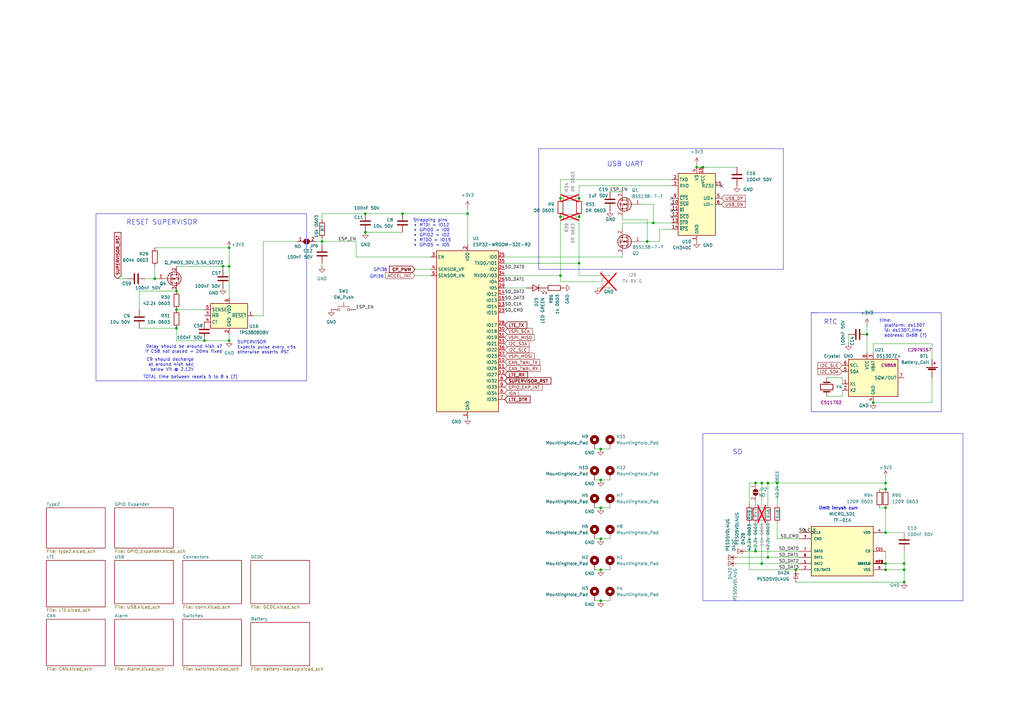
<source format=kicad_sch>
(kicad_sch (version 20250114) (generator "eeschema") (generator_version "9.0")
  (paper "A3")
  (title_block (title "VehicleMan") (date "2025-03-04") (rev "0") (company "©CC-BY-NC"))
  (rectangle (start 288.29 177.8) (end 394.97 246.38))
  (rectangle (start 220.98 60.96) (end 321.31 110.49))
  (rectangle (start 39.37 87.63) (end 125.73 156.21))
  (text "C9 should dscharge\nat around 4ish sec\nbelow Vit @ 2.12V\n" (at 79.502 152.4 0) (effects (font (size 1.27 1.27)) (justify right bottom)))
  (text "SUPERVISOR\nExpects pulse every <5s\notherwise asserts RST\n" (at 97.282 145.288 0) (effects (font (size 1.27 1.27)) (justify left bottom)))
  (text "limit inrush curr\n" (at 343.916 208.534 0) (effects (font (size 1.27 1.27) (thickness 0.254) (bold yes))))
  (text "TOTAL time between resets 5 to 8 s (?)\n" (at 97.536 155.448 0) (effects (font (size 1.27 1.27)) (justify right bottom)))
  (text "RTC" (at 337.82 133.35 0) (effects (font (size 2 2)) (justify left bottom)))
  (text "GPI39\n" (at 151.638 114.3 0) (effects (font (size 1.27 1.27)) (justify left bottom)))
  (text "GPI36\n" (at 153.162 111.506 0) (effects (font (size 1.27 1.27)) (justify left bottom)))
  (text "USB UART\n" (at 248.92 68.58 0) (effects (font (size 2 2)) (justify left bottom)))
  (text "RESET SUPERVISOR\n" (at 51.816 92.456 0) (effects (font (size 2 2)) (justify left bottom)))
  (text "Strapping pins\n• MTDI = IO12\n• GPIO0 = IO0\n• GPIO2 = IO2\n• MTDO = IO15\n• GPIO5 = IO5" (at 169.418 101.346 0) (effects (font (size 1.27 1.27)) (justify left bottom)))
  (text "time:\n  platform: ds1307\n  id: ds1307_time\n  address: 0x68 (?)\n" (at 360.68 138.43 0) (effects (font (size 1.27 1.27)) (justify left bottom)))
  (text "Delay should be around 4ish s?\nif C58 not placed = 20ms fixed\n" (at 91.186 145.034 0) (effects (font (size 1.27 1.27)) (justify right bottom)))
  (text "SD\n" (at 300.482 186.69 0) (effects (font (size 2 2)) (justify left bottom)))
  (junction (at 312.42 231.14))
  (junction (at 91.44 109.22))
  (junction (at 83.82 139.7))
  (junction (at 237.49 81.28))
  (junction (at 165.1 87.63))
  (junction (at 314.96 198.12))
  (junction (at 363.22 218.44))
  (junction (at 229.87 81.28))
  (junction (at 309.88 226.06))
  (junction (at 246.38 246.38))
  (junction (at 229.87 113.03))
  (junction (at 370.84 231.14))
  (junction (at 267.97 91.44))
  (junction (at 246.38 208.28))
  (junction (at 237.49 107.95))
  (junction (at 237.49 88.9))
  (junction (at 314.96 228.6))
  (junction (at 246.38 196.85))
  (junction (at 363.22 233.68))
  (junction (at 72.39 127))
  (junction (at 246.38 220.98))
  (junction (at 363.22 231.14))
  (junction (at 93.98 109.22))
  (junction (at 149.86 95.25))
  (junction (at 72.39 119.38))
  (junction (at 363.22 200.66))
  (junction (at 191.77 87.63))
  (junction (at 246.38 184.15))
  (junction (at 312.42 198.12))
  (junction (at 318.77 198.12))
  (junction (at 363.22 198.12))
  (junction (at 93.98 101.6))
  (junction (at 355.6 137.16))
  (junction (at 93.98 139.7))
  (junction (at 63.5 114.3))
  (junction (at 285.75 68.58))
  (junction (at 229.87 88.9))
  (junction (at 358.14 165.1))
  (junction (at 246.38 233.68))
  (junction (at 370.84 238.76))
  (junction (at 132.08 99.06))
  (junction (at 72.39 134.62))
  (junction (at 370.84 233.68))
  (junction (at 326.39 233.68))
  (junction (at 288.29 68.58))
  (junction (at 309.88 198.12))
  (junction (at 363.22 208.28))
  (junction (at 265.43 99.06))
  (junction (at 149.86 87.63))
  (no_connect (at 275.59 88.9))
  (no_connect (at 275.59 81.28))
  (no_connect (at 275.59 86.36))
  (no_connect (at 295.91 76.2))
  (no_connect (at 275.59 83.82))
  (polyline (pts (xy 332.74 128.27) (xy 335.28 128.27)))
  (wire (pts (xy 312.42 198.12) (xy 314.96 198.12)))
  (wire (pts (xy 107.95 129.54) (xy 107.95 99.06)))
  (wire (pts (xy 255.27 88.9) (xy 255.27 90.17)))
  (wire (pts (xy 229.87 113.03) (xy 229.87 115.57)))
  (wire (pts (xy 318.77 198.12) (xy 318.77 207.01)))
  (wire (pts (xy 91.44 109.22) (xy 93.98 109.22)))
  (wire (pts (xy 146.05 99.06) (xy 146.05 105.41)))
  (wire (pts (xy 288.29 68.58) (xy 285.75 68.58)))
  (wire (pts (xy 306.07 226.06) (xy 309.88 226.06)))
  (wire (pts (xy 267.97 91.44) (xy 275.59 91.44)))
  (wire (pts (xy 243.84 233.68) (xy 246.38 233.68)))
  (wire (pts (xy 318.77 214.63) (xy 318.77 220.98)))
  (wire (pts (xy 93.98 139.7) (xy 93.98 137.16)))
  (wire (pts (xy 72.39 139.7) (xy 83.82 139.7)))
  (wire (pts (xy 270.51 93.98) (xy 270.51 99.06)))
  (wire (pts (xy 129.54 99.06) (xy 132.08 99.06)))
  (wire (pts (xy 265.43 90.17) (xy 265.43 99.06)))
  (wire (pts (xy 265.43 99.06) (xy 262.89 99.06)))
  (wire (pts (xy 243.84 220.98) (xy 246.38 220.98)))
  (wire (pts (xy 275.59 93.98) (xy 270.51 93.98)))
  (wire (pts (xy 237.49 113.03) (xy 245.11 113.03)))
  (wire (pts (xy 243.84 196.85) (xy 246.38 196.85)))
  (wire (pts (xy 255.27 90.17) (xy 265.43 90.17)))
  (wire (pts (xy 72.39 109.22) (xy 91.44 109.22)))
  (wire (pts (xy 149.86 95.25) (xy 165.1 95.25)))
  (wire (pts (xy 255.27 91.44) (xy 255.27 93.98)))
  (wire (pts (xy 72.39 134.62) (xy 72.39 139.7)))
  (wire (pts (xy 382.27 165.1) (xy 358.14 165.1)))
  (wire (pts (xy 360.68 200.66) (xy 363.22 200.66)))
  (wire (pts (xy 302.26 228.6) (xy 314.96 228.6)))
  (wire (pts (xy 93.98 101.6) (xy 93.98 109.22)))
  (wire (pts (xy 63.5 109.22) (xy 63.5 114.3)))
  (wire (pts (xy 237.49 107.95) (xy 237.49 88.9)))
  (wire (pts (xy 132.08 99.06) (xy 132.08 100.33)))
  (wire (pts (xy 91.44 109.22) (xy 91.44 110.49)))
  (wire (pts (xy 170.18 110.49) (xy 176.53 110.49)))
  (wire (pts (xy 57.15 119.38) (xy 72.39 119.38)))
  (wire (pts (xy 255.27 91.44) (xy 267.97 91.44)))
  (wire (pts (xy 307.34 233.68) (xy 326.39 233.68)))
  (wire (pts (xy 363.22 226.06) (xy 363.22 231.14)))
  (wire (pts (xy 267.97 83.82) (xy 267.97 91.44)))
  (wire (pts (xy 307.34 207.01) (xy 307.34 198.12)))
  (wire (pts (xy 243.84 208.28) (xy 246.38 208.28)))
  (wire (pts (xy 243.84 184.15) (xy 246.38 184.15)))
  (wire (pts (xy 63.5 114.3) (xy 64.77 114.3)))
  (wire (pts (xy 309.88 226.06) (xy 309.88 214.63)))
  (wire (pts (xy 229.87 113.03) (xy 207.01 113.03)))
  (wire (pts (xy 237.49 107.95) (xy 237.49 113.03)))
  (wire (pts (xy 363.22 218.44) (xy 370.84 218.44)))
  (wire (pts (xy 347.98 137.16) (xy 347.98 140.97)))
  (wire (pts (xy 370.84 226.06) (xy 370.84 231.14)))
  (wire (pts (xy 363.22 208.28) (xy 363.22 218.44)))
  (wire (pts (xy 309.88 226.06) (xy 327.66 226.06)))
  (wire (pts (xy 307.34 198.12) (xy 309.88 198.12)))
  (wire (pts (xy 132.08 97.79) (xy 132.08 99.06)))
  (wire (pts (xy 207.01 118.11) (xy 215.9 118.11)))
  (wire (pts (xy 63.5 101.6) (xy 93.98 101.6)))
  (wire (pts (xy 246.38 208.28) (xy 250.19 208.28)))
  (wire (pts (xy 146.05 105.41) (xy 176.53 105.41)))
  (wire (pts (xy 345.44 160.02) (xy 345.44 162.56)))
  (wire (pts (xy 355.6 133.35) (xy 355.6 137.16)))
  (wire (pts (xy 59.69 114.3) (xy 63.5 114.3)))
  (wire (pts (xy 207.01 107.95) (xy 237.49 107.95)))
  (wire (pts (xy 243.84 246.38) (xy 246.38 246.38)))
  (wire (pts (xy 302.26 231.14) (xy 312.42 231.14)))
  (wire (pts (xy 355.6 137.16) (xy 355.6 144.78)))
  (wire (pts (xy 48.26 114.3) (xy 52.07 114.3)))
  (wire (pts (xy 149.86 87.63) (xy 165.1 87.63)))
  (wire (pts (xy 318.77 198.12) (xy 363.22 198.12)))
  (wire (pts (xy 262.89 83.82) (xy 267.97 83.82)))
  (wire (pts (xy 246.38 196.85) (xy 250.19 196.85)))
  (wire (pts (xy 382.27 147.32) (xy 382.27 140.97)))
  (polyline (pts (xy 332.74 128.27) (xy 332.74 168.91)))
  (wire (pts (xy 132.08 87.63) (xy 149.86 87.63)))
  (wire (pts (xy 363.22 195.58) (xy 363.22 198.12)))
  (wire (pts (xy 358.14 140.97) (xy 358.14 144.78)))
  (wire (pts (xy 360.68 208.28) (xy 363.22 208.28)))
  (wire (pts (xy 370.84 233.68) (xy 370.84 238.76)))
  (wire (pts (xy 72.39 127) (xy 83.82 127)))
  (wire (pts (xy 339.09 154.94) (xy 345.44 154.94)))
  (wire (pts (xy 270.51 99.06) (xy 265.43 99.06)))
  (wire (pts (xy 237.49 81.28) (xy 237.49 76.2)))
  (wire (pts (xy 107.95 99.06) (xy 121.92 99.06)))
  (wire (pts (xy 363.22 198.12) (xy 363.22 200.66)))
  (wire (pts (xy 191.77 85.09) (xy 191.77 87.63)))
  (wire (pts (xy 326.39 233.68) (xy 327.66 233.68)))
  (wire (pts (xy 382.27 154.94) (xy 382.27 165.1)))
  (wire (pts (xy 363.22 231.14) (xy 363.22 233.68)))
  (polyline (pts (xy 332.74 168.91) (xy 386.08 168.91)))
  (wire (pts (xy 250.19 78.74) (xy 255.27 78.74)))
  (polyline (pts (xy 386.08 128.27) (xy 332.74 128.27)))
  (wire (pts (xy 309.88 198.12) (xy 312.42 198.12)))
  (wire (pts (xy 237.49 76.2) (xy 275.59 76.2)))
  (wire (pts (xy 93.98 109.22) (xy 93.98 121.92)))
  (wire (pts (xy 314.96 214.63) (xy 314.96 228.6)))
  (wire (pts (xy 307.34 214.63) (xy 307.34 233.68)))
  (wire (pts (xy 318.77 220.98) (xy 327.66 220.98)))
  (wire (pts (xy 314.96 198.12) (xy 318.77 198.12)))
  (wire (pts (xy 246.38 184.15) (xy 250.19 184.15)))
  (wire (pts (xy 312.42 198.12) (xy 312.42 207.01)))
  (wire (pts (xy 229.87 88.9) (xy 229.87 113.03)))
  (wire (pts (xy 370.84 231.14) (xy 370.84 233.68)))
  (wire (pts (xy 302.26 68.58) (xy 288.29 68.58)))
  (wire (pts (xy 132.08 99.06) (xy 146.05 99.06)))
  (wire (pts (xy 132.08 90.17) (xy 132.08 87.63)))
  (wire (pts (xy 285.75 67.31) (xy 285.75 68.58)))
  (wire (pts (xy 246.38 233.68) (xy 250.19 233.68)))
  (wire (pts (xy 83.82 139.7) (xy 93.98 139.7)))
  (wire (pts (xy 314.96 198.12) (xy 314.96 207.01)))
  (wire (pts (xy 327.66 231.14) (xy 312.42 231.14)))
  (wire (pts (xy 246.38 220.98) (xy 250.19 220.98)))
  (wire (pts (xy 363.22 231.14) (xy 370.84 231.14)))
  (wire (pts (xy 104.14 129.54) (xy 107.95 129.54)))
  (wire (pts (xy 57.15 127) (xy 57.15 119.38)))
  (wire (pts (xy 207.01 105.41) (xy 255.27 105.41)))
  (wire (pts (xy 229.87 73.66) (xy 229.87 81.28)))
  (wire (pts (xy 309.88 205.74) (xy 309.88 207.01)))
  (wire (pts (xy 191.77 87.63) (xy 191.77 100.33)))
  (wire (pts (xy 57.15 134.62) (xy 72.39 134.62)))
  (wire (pts (xy 255.27 105.41) (xy 255.27 104.14)))
  (wire (pts (xy 326.39 238.76) (xy 370.84 238.76)))
  (wire (pts (xy 229.87 115.57) (xy 245.11 115.57)))
  (wire (pts (xy 382.27 140.97) (xy 358.14 140.97)))
  (wire (pts (xy 165.1 87.63) (xy 191.77 87.63)))
  (wire (pts (xy 170.18 113.03) (xy 176.53 113.03)))
  (wire (pts (xy 345.44 162.56) (xy 339.09 162.56)))
  (wire (pts (xy 246.38 246.38) (xy 250.19 246.38)))
  (wire (pts (xy 370.84 233.68) (xy 363.22 233.68)))
  (polyline (pts (xy 386.08 168.91) (xy 386.08 128.27)))
  (wire (pts (xy 314.96 228.6) (xy 327.66 228.6)))
  (wire (pts (xy 312.42 231.14) (xy 312.42 214.63)))
  (wire (pts (xy 275.59 73.66) (xy 229.87 73.66)))
  (wire (pts (xy 132.08 107.95) (xy 132.08 109.22)))
  (wire (pts (xy 345.44 154.94) (xy 345.44 157.48)))
  (label "SD_CMD" (at 327.66 220.98 180))
  (label "SD_DAT3" (at 207.01 123.19 0))
  (label "ESP_EN" (at 250.19 78.74 0))
  (label "SD_DAT0" (at 327.66 226.06 180))
  (label "SD_CLK" (at 207.01 125.73 0))
  (label "ESP_EN" (at 146.05 99.06 180))
  (label "SD_DAT3" (at 327.66 233.68 180))
  (label "ESP_EN" (at 146.05 127 0))
  (label "SD_CMD" (at 207.01 128.27 0))
  (label "SD_DAT1" (at 327.66 228.6 180))
  (label "SD_DAT2" (at 327.66 231.14 180))
  (label "SD_DAT2" (at 207.01 120.65 0))
  (label "SD_DAT1" (at 207.01 115.57 0))
  (label "SD_CLK" (at 327.66 218.44 0))
  (label "SD_DAT0" (at 207.01 110.49 0))
  (global_label "VSPI_SCK" (shape input) (at 207.01 135.89 0) (property "Intersheetrefs" "${INTERSHEET_REFS}" (effects (hide yes))))
  (global_label "LTE_DTR" (shape input) (at 207.01 163.83 0) (effects (font (thickness 0.254) (bold yes))) (property "Intersheetrefs" "${INTERSHEET_REFS}" (effects (hide yes))))
  (global_label "ACCEL_INT" (shape input) (at 170.18 113.03 180) (property "Intersheetrefs" "${INTERSHEET_REFS}" (effects (hide yes))))
  (global_label "I2C_SDA" (shape input) (at 345.44 152.4 180) (property "Intersheetrefs" "${INTERSHEET_REFS}" (effects (hide yes))))
  (global_label "I2C_SDA" (shape input) (at 207.01 140.97 0) (property "Intersheetrefs" "${INTERSHEET_REFS}" (effects (hide yes))))
  (global_label "VSPI_MOSI" (shape input) (at 207.01 146.05 0) (property "Intersheetrefs" "${INTERSHEET_REFS}" (effects (hide yes))))
  (global_label "CAN_TWAI_TX" (shape input) (at 207.01 148.59 0) (property "Intersheetrefs" "${INTERSHEET_REFS}" (effects (hide yes))))
  (global_label "LTE_TX" (shape input) (at 207.01 133.35 0) (effects (font (thickness 0.254) (bold yes))) (property "Intersheetrefs" "${INTERSHEET_REFS}" (effects (hide yes))))
  (global_label "USB_DP" (shape input) (at 295.91 81.28 0) (property "Intersheetrefs" "${INTERSHEET_REFS}" (effects (hide yes))))
  (global_label "I2C_SLC" (shape input) (at 345.44 149.86 180) (property "Intersheetrefs" "${INTERSHEET_REFS}" (effects (hide yes))))
  (global_label "VSPI_MISO" (shape input) (at 207.01 138.43 0) (property "Intersheetrefs" "${INTERSHEET_REFS}" (effects (hide yes))))
  (global_label "GPIO_EXP_INT" (shape input) (at 207.01 158.75 0) (property "Intersheetrefs" "${INTERSHEET_REFS}" (effects (hide yes))))
  (global_label "CAN_TWAI_RX" (shape input) (at 207.01 151.13 0) (property "Intersheetrefs" "${INTERSHEET_REFS}" (effects (hide yes))))
  (global_label "SUPERVISOR_RST" (shape input) (at 207.01 156.21 0) (effects (font (thickness 0.254) (bold yes))) (property "Intersheetrefs" "${INTERSHEET_REFS}" (effects (hide yes))))
  (global_label "SUPERVISOR_RST" (shape input) (at 48.26 114.3 90) (effects (font (thickness 0.254) (bold yes))) (property "Intersheetrefs" "${INTERSHEET_REFS}" (effects (hide yes))))
  (global_label "CP_PWM" (shape input) (at 170.18 110.49 180) (effects (font (thickness 0.254) (bold yes))) (property "Intersheetrefs" "${INTERSHEET_REFS}" (effects (hide yes))))
  (global_label "I2C_SLC" (shape input) (at 207.01 143.51 0) (property "Intersheetrefs" "${INTERSHEET_REFS}" (effects (hide yes))))
  (global_label "IGN" (shape input) (at 207.01 161.29 0) (property "Intersheetrefs" "${INTERSHEET_REFS}" (effects (hide yes))))
  (global_label "LTE_RX" (shape input) (at 207.01 153.67 0) (effects (font (thickness 0.254) (bold yes))) (property "Intersheetrefs" "${INTERSHEET_REFS}" (effects (hide yes))))
  (global_label "USB_DN" (shape input) (at 295.91 83.82 0) (property "Intersheetrefs" "${INTERSHEET_REFS}" (effects (hide yes))))
  (symbol (lib_id "Device:C") (at 370.84 222.25 0) (mirror y) (unit 1)
    (property "Reference" "C13" (at 372.11 216.662 0) (effects (justify right)))
    (property "Value" "100nF 50V" (at 372.11 219.202 0) (effects (justify right)))
    (property "Footprint" "Capacitor_SMD:C_0603_1608Metric" (effects (hide yes)))
    (property "Description" "Unpolarized capacitor" (effects (hide yes)))
    (property "LCSC" "C14663" (effects (hide yes)))
  )
  (symbol (lib_id "power:GND") (at 91.44 118.11 0) (unit 1)
    (property "Reference" "#PWR070" (effects (hide yes)))
    (property "Value" "GND" (at 87.63 120.142 0))
    (property "Description" "Power symbol creates a global label with name \"GND\" , ground" (effects (hide yes)))
  )
  (symbol (lib_id "power:+3V3") (at 191.77 85.09 0) (unit 1)
    (property "Reference" "#PWR02" (effects (hide yes)))
    (property "Value" "+3V3" (at 191.77 80.01 0))
    (property "Description" "Power symbol creates a global label with name \"+3V3\"" (effects (hide yes)))
  )
  (symbol (lib_id "power:+3V3") (at 93.98 101.6 0) (unit 1)
    (property "Reference" "#PWR069" (effects (hide yes)))
    (property "Value" "+3V3" (at 97.536 100.33 0))
    (property "Description" "Power symbol creates a global label with name \"+3V3\"" (effects (hide yes)))
  )
  (symbol (lib_id "Device:Battery_Cell") (at 382.27 152.4 0) (unit 1)
    (property "Reference" "BT1" (at 377.19 146.05 0) (effects (justify left)))
    (property "Value" "Battery_Cell" (at 369.57 148.59 0) (effects (justify left)))
    (property "Footprint" "Battery:BatteryHolder_MYOUNG_BS-07-A1BJ001_CR2032" (effects (hide yes)))
    (property "LCSC" "C2979167" (at 377.19 143.51 0))
  )
  (symbol (lib_id "Device:C") (at 351.79 137.16 90) (unit 1)
    (property "Reference" "C14" (at 349.504 137.922 0) (effects (justify right)))
    (property "Value" "100nF 50V" (at 345.694 131.318 0) (effects (justify right)))
    (property "Footprint" "Capacitor_SMD:C_0603_1608Metric" (effects (hide yes)))
    (property "Description" "Unpolarized capacitor" (effects (hide yes)))
    (property "LCSC" "C14663" (effects (hide yes)))
  )
  (symbol (lib_id "power:GND") (at 246.38 233.68 0) (unit 1)
    (property "Reference" "#PWR0147" (effects (hide yes)))
    (property "Value" "GND" (at 241.808 235.204 0))
    (property "Description" "Power symbol creates a global label with name \"GND\" , ground" (effects (hide yes)))
  )
  (symbol (lib_id "Device:R") (at 314.96 210.82 0) (unit 1)
    (property "Reference" "R46" (at 315.214 212.598 90) (effects (justify left)))
    (property "Value" "42.2k 0603" (at 314.96 225.806 90) (effects (justify left)))
    (property "Footprint" "Resistor_SMD:R_0603_1608Metric" (effects (hide yes)))
    (property "Description" "Resistor" (effects (hide yes)))
    (property "LCSC" "C5126245" (effects (hide yes)))
  )
  (symbol (lib_id "power:GND") (at 358.14 165.1 0) (unit 1)
    (property "Reference" "#PWR096" (effects (hide yes)))
    (property "Value" "GND" (at 354.33 166.37 0))
  )
  (symbol (lib_id "Device:R") (at 227.33 118.11 90) (mirror x) (unit 1)
    (property "Reference" "R86" (at 226.0599 120.65 0) (effects (justify left)))
    (property "Value" "1k 0603" (at 228.5999 120.65 0) (effects (justify left)))
    (property "Footprint" "Resistor_SMD:R_0603_1608Metric" (effects (hide yes)))
    (property "Description" "Resistor" (effects (hide yes)))
    (property "LCSC" "C2907113" (effects (hide yes)))
  )
  (symbol (lib_id "power:GND") (at 132.08 109.22 0) (unit 1)
    (property "Reference" "#PWR011" (effects (hide yes)))
    (property "Value" "GND" (at 132.08 114.3 0))
    (property "Description" "Power symbol creates a global label with name \"GND\" , ground" (effects (hide yes)))
  )
  (symbol (lib_id "Device:C") (at 149.86 91.44 0) (unit 1)
    (property "Reference" "C11" (at 149.098 89.154 0) (effects (justify right)))
    (property "Value" "100nF 50V" (at 155.702 85.344 0) (effects (justify right)))
    (property "Footprint" "Capacitor_SMD:C_0603_1608Metric" (effects (hide yes)))
    (property "Description" "Unpolarized capacitor" (effects (hide yes)))
    (property "LCSC" "C14663" (effects (hide yes)))
  )
  (symbol (lib_id "Mechanical:MountingHole_Pad") (at 250.19 194.31 0) (unit 1) (exclude_from_sim yes) (in_bom no)
    (property "Reference" "H12" (at 252.73 191.7699 0) (effects (justify left)))
    (property "Value" "MountingHole_Pad" (at 252.73 194.3099 0) (effects (justify left)))
    (property "Footprint" "MountingHole:MountingHole_3.2mm_M3_DIN965_Pad_TopBottom" (effects (hide yes)))
    (property "Description" "Mounting Hole with connection" (effects (hide yes)))
  )
  (symbol (lib_id "Device:C") (at 83.82 135.89 0) (unit 1)
    (property "Reference" "C58" (at 83.312 133.604 0) (effects (justify right)))
    (property "Value" "100nF 50V" (at 83.058 138.43 0) (effects (justify right)))
    (property "Footprint" "Capacitor_SMD:C_0603_1608Metric" (effects (hide yes)))
    (property "Description" "Unpolarized capacitor" (effects (hide yes)))
    (property "LCSC" "C14663" (effects (hide yes)))
  )
  (symbol (lib_id "Device:C") (at 55.88 114.3 90) (unit 1)
    (property "Reference" "C59" (at 50.038 116.332 90) (effects (justify right)))
    (property "Value" "100nF 50V" (at 55.372 118.11 90) (effects (justify right)))
    (property "Footprint" "Capacitor_SMD:C_0603_1608Metric" (effects (hide yes)))
    (property "Description" "Unpolarized capacitor" (effects (hide yes)))
    (property "LCSC" "C14663" (effects (hide yes)))
  )
  (symbol (lib_id "power:GND") (at 246.38 196.85 0) (unit 1)
    (property "Reference" "#PWR0151" (effects (hide yes)))
    (property "Value" "GND" (at 241.808 198.374 0))
    (property "Description" "Power symbol creates a global label with name \"GND\" , ground" (effects (hide yes)))
  )
  (symbol (lib_id "Device:R") (at 233.68 81.28 90) (unit 1) (dnp yes)
    (property "Reference" "R34" (at 232.4099 78.74 0) (effects (justify left)))
    (property "Value" "0R 0603" (at 234.9499 78.74 0) (effects (justify left)))
    (property "Footprint" "Resistor_SMD:R_0603_1608Metric" (effects (hide yes)))
    (property "Description" "Resistor" (effects (hide yes)))
    (property "LCSC" "C21189" (effects (hide yes)))
  )
  (symbol (lib_id "Device:C") (at 91.44 114.3 0) (unit 1)
    (property "Reference" "C57" (at 90.678 112.014 0) (effects (justify right)))
    (property "Value" "100nF 50V" (at 90.424 117.348 0) (effects (justify right)))
    (property "Footprint" "Capacitor_SMD:C_0603_1608Metric" (effects (hide yes)))
    (property "Description" "Unpolarized capacitor" (effects (hide yes)))
    (property "LCSC" "C14663" (effects (hide yes)))
  )
  (symbol (lib_id "Device:R") (at 229.87 85.09 0) (mirror y) (unit 1)
    (property "Reference" "R9" (at 227.33 83.8199 0) (effects (justify left)))
    (property "Value" "0R 0603" (at 227.33 86.3599 0) (effects (justify left)))
    (property "Footprint" "Resistor_SMD:R_0603_1608Metric" (effects (hide yes)))
    (property "Description" "Resistor" (effects (hide yes)))
    (property "LCSC" "C21189" (effects (hide yes)))
  )
  (symbol (lib_id "Power_Protection:PESD5V0L4UG") (at 303.53 226.06 0) (mirror y) (unit 2)
    (property "Reference" "D42" (at 304.8001 223.52 90) (effects (justify left)))
    (property "Value" "PESD5V0L4UG" (at 302.2601 223.52 90) (effects (justify left)))
    (property "Footprint" "Package_TO_SOT_SMD:SOT-353_SC-70-5" (effects (hide yes)))
    (property "Datasheet" "https://assets.nexperia.com/documents/data-sheet/PESDXL4UF_G_W.pdf" (effects (hide yes)))
    (property "Description" "Low capacitance unidirectional quadruple ESD protection diode array, 5.0V, Common Anode, SOT-353" (effects (hide yes)))
    (property "LCSC" "C5116450" (effects (hide yes)))
  )
  (symbol (lib_id "power:GND") (at 246.38 208.28 0) (unit 1)
    (property "Reference" "#PWR0148" (effects (hide yes)))
    (property "Value" "GND" (at 241.808 209.804 0))
    (property "Description" "Power symbol creates a global label with name \"GND\" , ground" (effects (hide yes)))
  )
  (symbol (lib_id "Mechanical:MountingHole_Pad") (at 243.84 181.61 0) (mirror y) (unit 1) (exclude_from_sim yes) (in_bom no)
    (property "Reference" "H9" (at 241.3 179.0699 0) (effects (justify left)))
    (property "Value" "MountingHole_Pad" (at 241.3 181.6099 0) (effects (justify left)))
    (property "Footprint" "MountingHole:MountingHole_3.2mm_M3_DIN965_Pad_TopBottom" (effects (hide yes)))
    (property "Description" "Mounting Hole with connection" (effects (hide yes)))
  )
  (symbol (lib_id "Interface_USB:CH340C") (at 285.75 83.82 0) (mirror y) (unit 1)
    (property "Reference" "U10" (at 283.6067 99.06 0) (effects (justify left)))
    (property "Value" "CH340C" (at 283.6067 101.6 0) (effects (justify left)))
    (property "Footprint" "Package_SO:SOIC-16_3.9x9.9mm_P1.27mm" (effects (hide yes)))
    (property "Datasheet" "https://datasheet.lcsc.com/szlcsc/Jiangsu-Qin-Heng-CH340C_C84681.pdf" (effects (hide yes)))
    (property "Description" "USB serial converter, crystal-less, UART, SOIC-16" (effects (hide yes)))
    (property "LCSC" "C84681" (effects (hide yes)))
  )
  (symbol (lib_id "Device:C") (at 132.08 104.14 0) (unit 1)
    (property "Reference" "C12" (at 128.27 102.8699 0) (effects (justify right)))
    (property "Value" "100nF 50V" (at 128.27 105.4099 0) (effects (justify right)))
    (property "Footprint" "Capacitor_SMD:C_0603_1608Metric" (effects (hide yes)))
    (property "Description" "Unpolarized capacitor" (effects (hide yes)))
    (property "LCSC" "C14663" (effects (hide yes)))
  )
  (symbol (lib_id "Device:R") (at 312.42 210.82 0) (unit 1) (dnp yes)
    (property "Reference" "R32" (at 312.42 212.852 90) (effects (justify left)))
    (property "Value" "10k 0603" (at 312.42 224.028 90) (effects (justify left)))
    (property "Footprint" "Resistor_SMD:R_0603_1608Metric" (effects (hide yes)))
    (property "Description" "Resistor" (effects (hide yes)))
    (property "LCSC" "C2930027" (effects (hide yes)))
  )
  (symbol (lib_id "power:GND") (at 245.11 118.11 0) (mirror y) (unit 1)
    (property "Reference" "#PWR0152" (effects (hide yes)))
    (property "Value" "GND" (at 249.682 119.634 0))
    (property "Description" "Power symbol creates a global label with name \"GND\" , ground" (effects (hide yes)))
  )
  (symbol (lib_id "Jumper:SolderJumper_2_Open") (at 125.73 99.06 0) (unit 1) (in_bom no)
    (property "Reference" "JP6" (at 127 100.838 0) (effects (justify left)))
    (property "Value" "NO" (at 120.65 101.092 0) (effects (justify left)))
    (property "Footprint" "Jumper:SolderJumper-2_P1.3mm_Open_TrianglePad1.0x1.5mm" (effects (hide yes)))
  )
  (symbol (lib_id "power:GND") (at 302.26 76.2 0) (mirror y) (unit 1)
    (property "Reference" "#PWR047" (effects (hide yes)))
    (property "Value" "GND" (at 306.832 77.724 0))
    (property "Description" "Power symbol creates a global label with name \"GND\" , ground" (effects (hide yes)))
  )
  (symbol (lib_id "Mechanical:MountingHole_Pad") (at 243.84 205.74 0) (mirror y) (unit 1) (exclude_from_sim yes) (in_bom no)
    (property "Reference" "H5" (at 241.3 203.1999 0) (effects (justify left)))
    (property "Value" "MountingHole_Pad" (at 241.3 205.7399 0) (effects (justify left)))
    (property "Footprint" "MountingHole:MountingHole_3.2mm_M3_DIN965_Pad_TopBottom" (effects (hide yes)))
    (property "Description" "Mounting Hole with connection" (effects (hide yes)))
  )
  (symbol (lib_id "Device:R") (at 237.49 85.09 0) (unit 1)
    (property "Reference" "R33" (at 240.03 83.8199 0) (effects (justify left)))
    (property "Value" "0R 0603" (at 240.03 86.3599 0) (effects (justify left)))
    (property "Footprint" "Resistor_SMD:R_0603_1608Metric" (effects (hide yes)))
    (property "Description" "Resistor" (effects (hide yes)))
    (property "LCSC" "C21189" (effects (hide yes)))
  )
  (symbol (lib_id "Transistor_FET:BSS138") (at 257.81 83.82 0) (mirror y) (unit 1)
    (property "Reference" "Q1" (at 259.08 77.978 0) (effects (justify right)))
    (property "Value" "BSS138-7-F" (at 259.08 80.518 0) (effects (justify right)))
    (property "Footprint" "Package_TO_SOT_SMD:SOT-23" (effects (hide yes)))
    (property "Datasheet" "https://www.onsemi.com/pub/Collateral/BSS138-D.PDF" (effects (hide yes)))
    (property "Description" "50V Vds, 0.22A Id, N-Channel MOSFET, SOT-23" (effects (hide yes)))
    (property "LCSC" "C112239" (effects (hide yes)))
  )
  (symbol (lib_id "Device:C") (at 302.26 72.39 0) (mirror y) (unit 1)
    (property "Reference" "C16" (at 306.07 71.1199 0) (effects (justify right)))
    (property "Value" "100nF 50V" (at 306.07 73.6599 0) (effects (justify right)))
    (property "Footprint" "Capacitor_SMD:C_0603_1608Metric" (effects (hide yes)))
    (property "Description" "Unpolarized capacitor" (effects (hide yes)))
    (property "LCSC" "C14663" (effects (hide yes)))
  )
  (symbol (lib_id "power:GND") (at 149.86 95.25 0) (unit 1)
    (property "Reference" "#PWR010" (effects (hide yes)))
    (property "Value" "GND" (at 149.86 100.33 0))
    (property "Description" "Power symbol creates a global label with name \"GND\" , ground" (effects (hide yes)))
  )
  (symbol (lib_id "Mechanical:MountingHole_Pad") (at 250.19 205.74 0) (unit 1) (exclude_from_sim yes) (in_bom no)
    (property "Reference" "H7" (at 252.73 203.1999 0) (effects (justify left)))
    (property "Value" "MountingHole_Pad" (at 252.73 205.7399 0) (effects (justify left)))
    (property "Footprint" "MountingHole:MountingHole_3.2mm_M3_DIN965_Pad_TopBottom" (effects (hide yes)))
    (property "Description" "Mounting Hole with connection" (effects (hide yes)))
  )
  (symbol (lib_id "Mechanical:MountingHole_Pad") (at 243.84 218.44 0) (mirror y) (unit 1) (exclude_from_sim yes) (in_bom no)
    (property "Reference" "H6" (at 241.3 215.8999 0) (effects (justify left)))
    (property "Value" "MountingHole_Pad" (at 241.3 218.4399 0) (effects (justify left)))
    (property "Footprint" "MountingHole:MountingHole_3.2mm_M3_DIN965_Pad_TopBottom" (effects (hide yes)))
    (property "Description" "Mounting Hole with connection" (effects (hide yes)))
  )
  (symbol (lib_id "Switch:SW_Push") (at 140.97 127 0) (unit 1)
    (property "Reference" "SW1" (at 140.97 119.38 0))
    (property "Value" "SW_Push" (at 140.97 121.92 0))
    (property "Footprint" "Button_Switch_THT:SW_PUSH_6mm" (effects (hide yes)))
    (property "Description" "Push button switch, generic, two pins" (effects (hide yes)))
    (property "LCSC" "C455095" (effects (hide yes)))
  )
  (symbol (lib_id "RF_Module:ESP32-WROOM-32E-R2") (at 191.77 135.89 0) (unit 1)
    (property "Reference" "U1" (at 193.9133 97.79 0) (effects (justify left)))
    (property "Value" "ESP32-WROOM-32E-R2" (at 193.9133 100.33 0) (effects (justify left)))
    (property "Footprint" "RF_Module:ESP32-WROOM-32D" (effects (hide yes)))
    (property "Datasheet" "https://www.espressif.com/sites/default/files/documentation/esp32-wroom-32e_esp32-wroom-32ue_datasheet_en.pdf" (effects (hide yes)))
    (property "Description" "RF Module, ESP32-D0WDR2-V3 SoC, with 2MB PSRAM, Wi-Fi 802.11b/g/n, Bluetooth, BLE, 32-bit, 2.7-3.6V, onboard antenna, SMD" (effects (hide yes)))
    (property "LCSC" "C82899" (effects (hide yes)))
  )
  (symbol (lib_id "Device:R") (at 132.08 93.98 0) (mirror y) (unit 1)
    (property "Reference" "R7" (at 132.334 94.996 90) (effects (justify left)))
    (property "Value" "10k 0603" (at 129.794 97.536 90) (effects (justify left)))
    (property "Footprint" "Resistor_SMD:R_0603_1608Metric" (effects (hide yes)))
    (property "Description" "Resistor" (effects (hide yes)))
    (property "LCSC" "C2930027" (effects (hide yes)))
  )
  (symbol (lib_id "Device:Crystal") (at 339.09 158.75 270) (unit 1)
    (property "Reference" "Y4" (at 342.9 158.75 90) (effects (justify left)))
    (property "Value" "Crystal" (at 337.82 146.05 90) (effects (justify left)))
    (property "Footprint" "Crystal:Crystal_DS26_D2.0mm_L6.0mm_Horizontal" (effects (hide yes)))
    (property "LCSC" "C511702" (at 336.55 165.1 90) (effects (justify left)))
  )
  (symbol (lib_id "Timer_RTC:DS1307Z+") (at 358.14 154.94 0) (unit 1)
    (property "Reference" "U21" (at 360.68 143.51 0))
    (property "Value" "DS1307Z+" (at 364.49 146.05 0))
    (property "Footprint" "Package_SO:SOIC-8_3.9x4.9mm_P1.27mm" (effects (hide yes)))
    (property "Datasheet" "https://datasheets.maximintegrated.com/en/ds/DS1307.pdf" (effects (hide yes)))
    (property "LCSC" "C9868" (at 364.49 149.86 0))
  )
  (symbol (lib_id "Power_Protection:PESD5V0L4UG") (at 326.39 236.22 90) (mirror x) (unit 1)
    (property "Reference" "D42" (at 323.85 234.9499 90) (effects (justify left)))
    (property "Value" "PESD5V0L4UG" (at 323.85 237.4899 90) (effects (justify left)))
    (property "Footprint" "Package_TO_SOT_SMD:SOT-353_SC-70-5" (effects (hide yes)))
    (property "Datasheet" "https://assets.nexperia.com/documents/data-sheet/PESDXL4UF_G_W.pdf" (effects (hide yes)))
    (property "Description" "Low capacitance unidirectional quadruple ESD protection diode array, 5.0V, Common Anode, SOT-353" (effects (hide yes)))
    (property "LCSC" "C5116450" (effects (hide yes)))
  )
  (symbol (lib_id "power:GND") (at 250.19 86.36 0) (unit 1)
    (property "Reference" "#PWR049" (effects (hide yes)))
    (property "Value" "GND" (at 250.444 89.916 0))
    (property "Description" "Power symbol creates a global label with name \"GND\" , ground" (effects (hide yes)))
  )
  (symbol (lib_id "power:GND") (at 285.75 99.06 0) (mirror y) (unit 1)
    (property "Reference" "#PWR048" (effects (hide yes)))
    (property "Value" "GND" (at 290.322 100.584 0))
    (property "Description" "Power symbol creates a global label with name \"GND\" , ground" (effects (hide yes)))
  )
  (symbol (lib_id "Transistor_FET:BSS138") (at 257.81 99.06 180) (unit 1)
    (property "Reference" "Q2" (at 259.334 103.886 0) (effects (justify right)))
    (property "Value" "BSS138-7-F" (at 259.334 101.346 0) (effects (justify right)))
    (property "Footprint" "Package_TO_SOT_SMD:SOT-23" (effects (hide yes)))
    (property "Datasheet" "https://www.onsemi.com/pub/Collateral/BSS138-D.PDF" (effects (hide yes)))
    (property "Description" "50V Vds, 0.22A Id, N-Channel MOSFET, SOT-23" (effects (hide yes)))
    (property "LCSC" "C112239" (effects (hide yes)))
  )
  (symbol (lib_id "power:GND") (at 93.98 139.7 0) (unit 1)
    (property "Reference" "#PWR068" (effects (hide yes)))
    (property "Value" "GND" (at 93.98 144.78 0))
    (property "Description" "Power symbol creates a global label with name \"GND\" , ground" (effects (hide yes)))
  )
  (symbol (lib_id "power:GND") (at 246.38 220.98 0) (unit 1)
    (property "Reference" "#PWR0149" (effects (hide yes)))
    (property "Value" "GND" (at 241.808 222.504 0))
    (property "Description" "Power symbol creates a global label with name \"GND\" , ground" (effects (hide yes)))
  )
  (symbol (lib_id "Device:R") (at 72.39 130.81 0) (mirror y) (unit 1)
    (property "Reference" "R31" (at 69.85 129.5399 0) (effects (justify left)))
    (property "Value" "10k 0603" (at 69.85 132.0799 0) (effects (justify left)))
    (property "Footprint" "Resistor_SMD:R_0603_1608Metric" (effects (hide yes)))
    (property "Description" "Resistor" (effects (hide yes)))
    (property "LCSC" "C2930027" (effects (hide yes)))
  )
  (symbol (lib_id "Connector:Conn_01x03_Pin") (at 250.19 115.57 0) (mirror y) (unit 1) (dnp yes)
    (property "Reference" "J29" (at 259.334 112.776 0))
    (property "Value" "TX RX G" (at 259.334 115.316 0))
    (property "Footprint" "Connector_PinHeader_1.27mm:PinHeader_1x03_P1.27mm_Vertical" (effects (hide yes)))
    (property "Description" "Generic connector, single row, 01x03, script generated" (effects (hide yes)))
  )
  (symbol (lib_id "power:GND") (at 347.98 140.97 0) (unit 1)
    (property "Reference" "#PWR092" (effects (hide yes)))
    (property "Value" "GND" (at 347.98 146.05 0))
  )
  (symbol (lib_id "Skrubis:Q_PMOS_30V_5.5A_SOT23") (at 69.85 114.3 0) (mirror x) (unit 1)
    (property "Reference" "Q4" (at 66.802 116.332 0))
    (property "Value" "Q_PMOS_30V_5.5A_SOT23" (at 79.502 107.696 0))
    (property "Footprint" "Package_TO_SOT_SMD:SOT-23" (effects (hide yes)))
    (property "Datasheet" "https://datasheet.lcsc.com/lcsc/1810010212_Winsok-Semicon-WST3401_C105162.pdf" (effects (hide yes)))
    (property "LCSC" "C105162" (effects (hide yes)))
    (property "STOCK" "N" (effects (hide yes)))
  )
  (symbol (lib_id "Device:C") (at 57.15 130.81 0) (mirror y) (unit 1)
    (property "Reference" "C9" (at 53.34 129.5399 0) (effects (justify left)))
    (property "Value" "10u 50V" (at 53.34 132.0799 0) (effects (justify left)))
    (property "Footprint" "Capacitor_SMD:C_1206_3216Metric" (effects (hide yes)))
    (property "Description" "Unpolarized capacitor" (effects (hide yes)))
    (property "LCSC" "C13585" (effects (hide yes)))
  )
  (symbol (lib_id "power:GND") (at 370.84 238.76 0) (unit 1)
    (property "Reference" "#PWR0144" (effects (hide yes)))
    (property "Value" "GND" (at 367.03 240.03 0))
  )
  (symbol (lib_id "Device:C") (at 165.1 91.44 0) (mirror y) (unit 1)
    (property "Reference" "C8" (at 161.29 90.1699 0) (effects (justify left)))
    (property "Value" "10u 50V" (at 161.29 92.7099 0) (effects (justify left)))
    (property "Footprint" "Capacitor_SMD:C_1206_3216Metric" (effects (hide yes)))
    (property "Description" "Unpolarized capacitor" (effects (hide yes)))
    (property "LCSC" "C13585" (effects (hide yes)))
  )
  (symbol (lib_id "Mechanical:MountingHole_Pad") (at 250.19 181.61 0) (unit 1) (exclude_from_sim yes) (in_bom no)
    (property "Reference" "H11" (at 252.73 179.0699 0) (effects (justify left)))
    (property "Value" "MountingHole_Pad" (at 252.73 181.6099 0) (effects (justify left)))
    (property "Footprint" "MountingHole:MountingHole_3.2mm_M3_DIN965_Pad_TopBottom" (effects (hide yes)))
    (property "Description" "Mounting Hole with connection" (effects (hide yes)))
  )
  (symbol (lib_id "power:GND") (at 135.89 127 0) (unit 1)
    (property "Reference" "#PWR015" (effects (hide yes)))
    (property "Value" "GND" (at 135.89 132.08 0))
    (property "Description" "Power symbol creates a global label with name \"GND\" , ground" (effects (hide yes)))
  )
  (symbol (lib_id "Device:R") (at 363.22 204.47 0) (unit 1)
    (property "Reference" "R95" (at 365.76 203.1999 0) (effects (justify left)))
    (property "Value" "120R 0603" (at 365.76 205.7399 0) (effects (justify left)))
    (property "Footprint" "Resistor_SMD:R_0603_1608Metric" (effects (hide yes)))
    (property "Description" "Resistor" (effects (hide yes)))
    (property "LCSC" "C22787" (effects (hide yes)))
  )
  (symbol (lib_id "power:GND") (at 246.38 184.15 0) (unit 1)
    (property "Reference" "#PWR0150" (effects (hide yes)))
    (property "Value" "GND" (at 241.808 185.674 0))
    (property "Description" "Power symbol creates a global label with name \"GND\" , ground" (effects (hide yes)))
  )
  (symbol (lib_id "Power_Supervisor:TPS3808DBV") (at 93.98 129.54 0) (unit 1)
    (property "Reference" "U16" (at 104.14 133.858 0))
    (property "Value" "TPS3808DBV" (at 104.14 136.398 0))
    (property "Footprint" "Package_TO_SOT_SMD:SOT-23-6" (effects (hide yes)))
    (property "Datasheet" "http://www.ti.com/lit/ds/symlink/tps3808.pdf" (effects (hide yes)))
    (property "Description" "Low-Quiescent-Current, Programmable-Delay Supervisory Circuit, SOT-23-6" (effects (hide yes)))
    (property "LCSC" "C19653" (effects (hide yes)))
  )
  (symbol (lib_id "Device:LED") (at 219.71 118.11 0) (mirror y) (unit 1)
    (property "Reference" "D25" (at 220.0274 121.92 90) (effects (justify right)))
    (property "Value" "LED GREEN" (at 222.5674 121.92 90) (effects (justify right)))
    (property "Footprint" "LED_SMD:LED_0805_2012Metric" (effects (hide yes)))
    (property "Description" "Light emitting diode" (effects (hide yes)))
    (property "Sim.Pins" "1=K 2=A" (effects (hide yes)))
    (property "LCSC" "C5875740" (effects (hide yes)))
  )
  (symbol (lib_id "power:GND") (at 191.77 171.45 0) (unit 1)
    (property "Reference" "#PWR094" (effects (hide yes)))
    (property "Value" "GND" (at 187.198 172.974 0))
    (property "Description" "Power symbol creates a global label with name \"GND\" , ground" (effects (hide yes)))
  )
  (symbol (lib_id "Device:R") (at 360.68 204.47 0) (mirror y) (unit 1)
    (property "Reference" "R94" (at 358.14 203.1999 0) (effects (justify left)))
    (property "Value" "120R 0603" (at 358.14 205.7399 0) (effects (justify left)))
    (property "Footprint" "Resistor_SMD:R_0603_1608Metric" (effects (hide yes)))
    (property "Description" "Resistor" (effects (hide yes)))
    (property "LCSC" "C22787" (effects (hide yes)))
  )
  (symbol (lib_id "Device:R") (at 318.77 210.82 0) (mirror y) (unit 1)
    (property "Reference" "R48" (at 319.024 212.852 90) (effects (justify left)))
    (property "Value" "42.2k 0603" (at 318.77 204.47 90) (effects (justify left)))
    (property "Footprint" "Resistor_SMD:R_0603_1608Metric" (effects (hide yes)))
    (property "Description" "Resistor" (effects (hide yes)))
    (property "LCSC" "C5126245" (effects (hide yes)))
  )
  (symbol (lib_id "Mechanical:MountingHole_Pad") (at 243.84 194.31 0) (mirror y) (unit 1) (exclude_from_sim yes) (in_bom no)
    (property "Reference" "H10" (at 241.3 191.7699 0) (effects (justify left)))
    (property "Value" "MountingHole_Pad" (at 241.3 194.3099 0) (effects (justify left)))
    (property "Footprint" "MountingHole:MountingHole_3.2mm_M3_DIN965_Pad_TopBottom" (effects (hide yes)))
    (property "Description" "Mounting Hole with connection" (effects (hide yes)))
  )
  (symbol (lib_id "Mechanical:MountingHole_Pad") (at 250.19 231.14 0) (unit 1) (exclude_from_sim yes) (in_bom no)
    (property "Reference" "H1" (at 252.73 228.5999 0) (effects (justify left)))
    (property "Value" "MountingHole_Pad" (at 252.73 231.1399 0) (effects (justify left)))
    (property "Footprint" "MountingHole:MountingHole_3.2mm_M3_DIN965_Pad_TopBottom" (effects (hide yes)))
    (property "Description" "Mounting Hole with connection" (effects (hide yes)))
  )
  (symbol (lib_id "Device:R") (at 72.39 123.19 0) (mirror y) (unit 1)
    (property "Reference" "R30" (at 69.85 121.9199 0) (effects (justify left)))
    (property "Value" "42.2k 0603" (at 69.85 124.4599 0) (effects (justify left)))
    (property "Footprint" "Resistor_SMD:R_0603_1608Metric" (effects (hide yes)))
    (property "Description" "Resistor" (effects (hide yes)))
    (property "LCSC" "C5126245" (effects (hide yes)))
  )
  (symbol (lib_id "Device:C") (at 250.19 82.55 0) (unit 1)
    (property "Reference" "C19" (at 249.428 77.724 0) (effects (justify right)))
    (property "Value" "1uF 50V" (at 249.428 80.264 0) (effects (justify right)))
    (property "Footprint" "Capacitor_SMD:C_0603_1608Metric" (effects (hide yes)))
    (property "Description" "Unpolarized capacitor" (effects (hide yes)))
    (property "LCSC" "C6119852" (effects (hide yes)))
  )
  (symbol (lib_id "Mechanical:MountingHole_Pad") (at 250.19 218.44 0) (unit 1) (exclude_from_sim yes) (in_bom no)
    (property "Reference" "H8" (at 252.73 215.8999 0) (effects (justify left)))
    (property "Value" "MountingHole_Pad" (at 252.73 218.4399 0) (effects (justify left)))
    (property "Footprint" "MountingHole:MountingHole_3.2mm_M3_DIN965_Pad_TopBottom" (effects (hide yes)))
    (property "Description" "Mounting Hole with connection" (effects (hide yes)))
  )
  (symbol (lib_id "power:+3V3") (at 285.75 67.31 0) (mirror y) (unit 1)
    (property "Reference" "#PWR046" (effects (hide yes)))
    (property "Value" "+3V3" (at 285.75 62.23 0))
    (property "Description" "Power symbol creates a global label with name \"+3V3\"" (effects (hide yes)))
  )
  (symbol (lib_id "Device:R") (at 307.34 210.82 0) (mirror y) (unit 1)
    (property "Reference" "R49" (at 307.34 213.106 90) (effects (justify left)))
    (property "Value" "42.2k 0603" (at 307.34 226.06 90) (effects (justify left)))
    (property "Footprint" "Resistor_SMD:R_0603_1608Metric" (effects (hide yes)))
    (property "Description" "Resistor" (effects (hide yes)))
    (property "LCSC" "C5126245" (effects (hide yes)))
  )
  (symbol (lib_id "power:+3V3") (at 363.22 195.58 0) (unit 1)
    (property "Reference" "#PWR057" (effects (hide yes)))
    (property "Value" "+3V3" (at 363.22 191.77 0))
  )
  (symbol (lib_id "Power_Protection:PESD5V0L4UG") (at 299.72 228.6 0) (mirror y) (unit 3)
    (property "Reference" "D42" (at 300.9901 226.06 90) (effects (justify left)))
    (property "Value" "PESD5V0L4UG" (at 298.4501 226.06 90) (effects (justify left)))
    (property "Footprint" "Package_TO_SOT_SMD:SOT-353_SC-70-5" (effects (hide yes)))
    (property "Datasheet" "https://assets.nexperia.com/documents/data-sheet/PESDXL4UF_G_W.pdf" (effects (hide yes)))
    (property "Description" "Low capacitance unidirectional quadruple ESD protection diode array, 5.0V, Common Anode, SOT-353" (effects (hide yes)))
    (property "LCSC" "C5116450" (effects (hide yes)))
  )
  (symbol (lib_id "Mechanical:MountingHole_Pad") (at 243.84 243.84 0) (mirror y) (unit 1) (exclude_from_sim yes) (in_bom no)
    (property "Reference" "H3" (at 241.3 241.2999 0) (effects (justify left)))
    (property "Value" "MountingHole_Pad" (at 241.3 243.8399 0) (effects (justify left)))
    (property "Footprint" "MountingHole:MountingHole_3.2mm_M3_DIN965_Pad_TopBottom" (effects (hide yes)))
    (property "Description" "Mounting Hole with connection" (effects (hide yes)))
  )
  (symbol (lib_id "vehicle-manager:TF-01A") (at 345.44 226.06 0) (unit 1)
    (property "Reference" "MICRO_SD1" (at 345.44 210.82 0))
    (property "Value" "TF-01A" (at 345.44 213.36 0))
    (property "Footprint" "vehicle-manager:TF-01A" (effects (hide yes)))
    (property "Datasheet" "https://www.lcsc.com/datasheet/lcsc_datasheet_1811082127_Korean-Hroparts-Elec-TF-01A_C91145.pdf" (effects (hide yes)))
    (property "LCSC" "C91145" (effects (hide yes)))
  )
  (symbol (lib_id "Device:R") (at 309.88 210.82 0) (unit 1)
    (property "Reference" "R47" (at 309.88 212.344 90) (effects (justify left)))
    (property "Value" "42.2k 0603" (at 309.88 225.806 90) (effects (justify left)))
    (property "Footprint" "Resistor_SMD:R_0603_1608Metric" (effects (hide yes)))
    (property "Description" "Resistor" (effects (hide yes)))
    (property "LCSC" "C5126245" (effects (hide yes)))
  )
  (symbol (lib_id "Device:R") (at 63.5 105.41 0) (mirror y) (unit 1)
    (property "Reference" "R29" (at 60.96 104.1399 0) (effects (justify left)))
    (property "Value" "604k 0603" (at 60.96 106.6799 0) (effects (justify left)))
    (property "Footprint" "Resistor_SMD:R_0603_1608Metric" (effects (hide yes)))
    (property "Description" "Resistor" (effects (hide yes)))
    (property "LCSC" "C2933246" (effects (hide yes)))
  )
  (symbol (lib_id "Power_Protection:PESD5V0L4UG") (at 299.72 231.14 0) (mirror y) (unit 4)
    (property "Reference" "D42" (at 299.466 235.204 90))
    (property "Value" "PESD5V0L4UG" (at 301.498 239.776 90))
    (property "Footprint" "Package_TO_SOT_SMD:SOT-353_SC-70-5" (effects (hide yes)))
    (property "Datasheet" "https://assets.nexperia.com/documents/data-sheet/PESDXL4UF_G_W.pdf" (effects (hide yes)))
    (property "Description" "Low capacitance unidirectional quadruple ESD protection diode array, 5.0V, Common Anode, SOT-353" (effects (hide yes)))
    (property "LCSC" "C5116450" (effects (hide yes)))
  )
  (symbol (lib_id "Device:R") (at 233.68 88.9 90) (mirror x) (unit 1) (dnp yes)
    (property "Reference" "R39" (at 232.4099 91.44 0) (effects (justify left)))
    (property "Value" "0R 0603" (at 234.9499 91.44 0) (effects (justify left)))
    (property "Footprint" "Resistor_SMD:R_0603_1608Metric" (effects (hide yes)))
    (property "Description" "Resistor" (effects (hide yes)))
    (property "LCSC" "C21189" (effects (hide yes)))
  )
  (symbol (lib_id "Mechanical:MountingHole_Pad") (at 243.84 231.14 0) (mirror y) (unit 1) (exclude_from_sim yes) (in_bom no)
    (property "Reference" "H2" (at 241.3 228.5999 0) (effects (justify left)))
    (property "Value" "MountingHole_Pad" (at 241.3 231.1399 0) (effects (justify left)))
    (property "Footprint" "MountingHole:MountingHole_3.2mm_M3_DIN965_Pad_TopBottom" (effects (hide yes)))
    (property "Description" "Mounting Hole with connection" (effects (hide yes)))
  )
  (symbol (lib_id "power:+3V3") (at 355.6 133.35 0) (mirror y) (unit 1)
    (property "Reference" "#PWR095" (effects (hide yes)))
    (property "Value" "+3V3" (at 355.6 128.27 0))
    (property "Description" "Power symbol creates a global label with name \"+3V3\"" (effects (hide yes)))
  )
  (symbol (lib_id "Jumper:SolderJumper_2_Open") (at 309.88 201.93 270) (unit 1) (in_bom no)
    (property "Reference" "JP2" (at 311.0992 200.7616 90) (effects (justify left)))
    (property "Value" "NO" (at 311.0992 203.073 90) (effects (justify left)))
    (property "Footprint" "Jumper:SolderJumper-2_P1.3mm_Open_TrianglePad1.0x1.5mm" (effects (hide yes)))
  )
  (symbol (lib_id "power:GND") (at 231.14 118.11 90) (unit 1)
    (property "Reference" "#PWR093" (effects (hide yes)))
    (property "Value" "GND" (at 232.664 122.682 0))
    (property "Description" "Power symbol creates a global label with name \"GND\" , ground" (effects (hide yes)))
  )
  (symbol (lib_id "Mechanical:MountingHole_Pad") (at 250.19 243.84 0) (unit 1) (exclude_from_sim yes) (in_bom no)
    (property "Reference" "H4" (at 252.73 241.2999 0) (effects (justify left)))
    (property "Value" "MountingHole_Pad" (at 252.73 243.8399 0) (effects (justify left)))
    (property "Footprint" "MountingHole:MountingHole_3.2mm_M3_DIN965_Pad_TopBottom" (effects (hide yes)))
    (property "Description" "Mounting Hole with connection" (effects (hide yes)))
  )
  (symbol (lib_id "power:GND") (at 246.38 246.38 0) (unit 1)
    (property "Reference" "#PWR0146" (effects (hide yes)))
    (property "Value" "GND" (at 241.808 247.904 0))
    (property "Description" "Power symbol creates a global label with name \"GND\" , ground" (effects (hide yes)))
  )
  (sheet (at 46.99 254) (size 24.13 19.05) (stroke (width 0.1524))
    (property "Sheetname" "Alarm" (at 46.99 253.2884 0) (effects (justify left bottom)))
    (property "Sheetfile" "Alarm.kicad_sch" (at 46.99 273.6346 0) (effects (justify left top)))
  )
  (sheet (at 74.93 254) (size 24.13 19.05) (stroke (width 0.1524))
    (property "Sheetname" "Switches" (at 74.93 253.2884 0) (effects (justify left bottom)))
    (property "Sheetfile" "switches.kicad_sch" (at 74.93 273.6346 0) (effects (justify left top)))
  )
  (sheet (at 19.05 208.28) (size 24.13 16.51) (stroke (width 0.1524))
    (property "Sheetname" "Type2" (at 19.05 207.5684 0) (effects (justify left bottom)))
    (property "Sheetfile" "type2.kicad_sch" (at 19.05 225.3746 0) (effects (justify left top)))
  )
  (sheet (at 46.99 208.28) (size 24.13 16.51) (stroke (width 0.1524))
    (property "Sheetname" "GPIO Expander" (at 46.99 207.5684 0) (effects (justify left bottom)))
    (property "Sheetfile" "GPIO_Expander.kicad_sch" (at 46.99 225.3746 0) (effects (justify left top)))
  )
  (sheet (at 74.93 229.87) (size 24.13 17.78) (stroke (width 0.1524))
    (property "Sheetname" "Connectors" (at 74.93 229.1584 0) (effects (justify left bottom)))
    (property "Sheetfile" "conn.kicad_sch" (at 74.93 248.2346 0) (effects (justify left top)))
  )
  (sheet (at 19.05 254) (size 24.13 19.05) (stroke (width 0.1524))
    (property "Sheetname" "CAN" (at 19.05 253.2884 0) (effects (justify left bottom)))
    (property "Sheetfile" "CAN.kicad_sch" (at 19.05 273.6346 0) (effects (justify left top)))
  )
  (sheet (at 102.87 255.27) (size 24.13 17.78) (stroke (width 0.1524))
    (property "Sheetname" "Battery" (at 102.87 254.5584 0) (effects (justify left bottom)))
    (property "Sheetfile" "battery-backup.kicad_sch" (at 102.87 273.6346 0) (effects (justify left top)))
  )
  (sheet (at 19.05 229.87) (size 24.13 19.05) (stroke (width 0.1524))
    (property "Sheetname" "LTE" (at 19.05 229.1584 0) (effects (justify left bottom)))
    (property "Sheetfile" "LTE.kicad_sch" (at 19.05 249.5046 0) (effects (justify left top)))
  )
  (sheet (at 102.87 229.87) (size 24.13 17.78) (stroke (width 0.1524))
    (property "Sheetname" "DCDC" (at 102.87 229.1584 0) (effects (justify left bottom)))
    (property "Sheetfile" "DCDC.kicad_sch" (at 102.87 248.2346 0) (effects (justify left top)))
  )
  (sheet (at 46.99 229.87) (size 24.13 17.78) (stroke (width 0.1524))
    (property "Sheetname" "USB" (at 46.99 229.1584 0) (effects (justify left bottom)))
    (property "Sheetfile" "USB.kicad_sch" (at 46.99 248.2346 0) (effects (justify left top)))
  )
)
</source>
